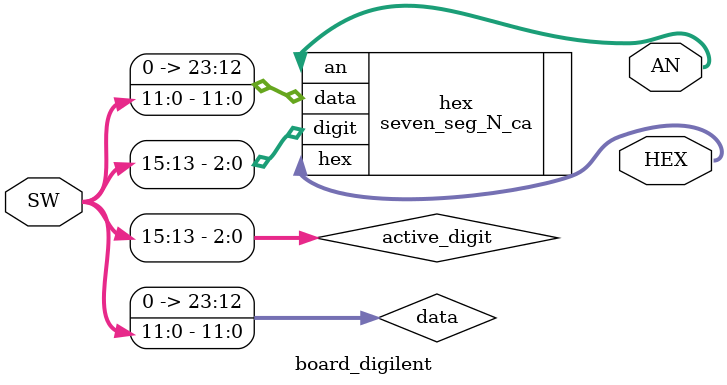
<source format=sv>

module board_digilent
(
    input  [15:0] SW,
    output [ 7:0] HEX,
    output [ 7:0] AN
);
    wire [23:0] data = { 12'b0, SW[11:0 ] };
    wire [ 2:0] active_digit  = SW[15:13];

    seven_seg_N_ca
    #(
        .DIGITS ( 8            ) 
    ) 
    hex 
    (
        .data   ( data         ),
        .digit  ( active_digit ),
        .hex    ( HEX          ),
        .an     ( AN           ) 
    );

endmodule

</source>
